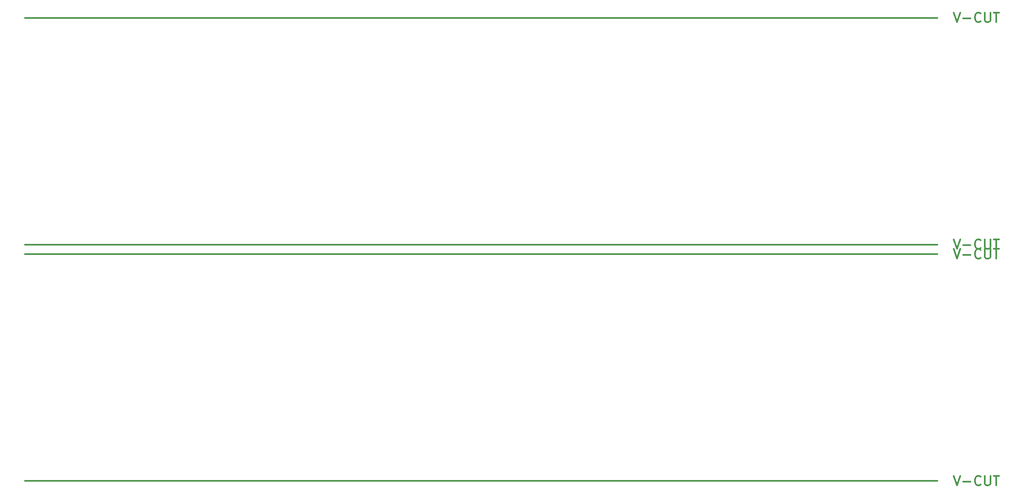
<source format=gbr>
%TF.GenerationSoftware,KiCad,Pcbnew,9.0.2*%
%TF.CreationDate,2025-05-31T14:25:58+01:00*%
%TF.ProjectId,Bongo-Cat-Fidget-Toy,426f6e67-6f2d-4436-9174-2d4669646765,rev?*%
%TF.SameCoordinates,Original*%
%TF.FileFunction,Other,Comment*%
%FSLAX46Y46*%
G04 Gerber Fmt 4.6, Leading zero omitted, Abs format (unit mm)*
G04 Created by KiCad (PCBNEW 9.0.2) date 2025-05-31 14:25:58*
%MOMM*%
%LPD*%
G01*
G04 APERTURE LIST*
%ADD10C,0.300000*%
G04 APERTURE END LIST*
D10*
X50500000Y-124000500D02*
X239500000Y-124000500D01*
X50500000Y-77000500D02*
X239500000Y-77000500D01*
X50500000Y-75000500D02*
X239500000Y-75000500D01*
X50500000Y-28000500D02*
X239500000Y-28000500D01*
X242887844Y-73910138D02*
X243554510Y-75910138D01*
X243554510Y-75910138D02*
X244221177Y-73910138D01*
X244887844Y-75148233D02*
X246411654Y-75148233D01*
X248506891Y-75719661D02*
X248411653Y-75814900D01*
X248411653Y-75814900D02*
X248125939Y-75910138D01*
X248125939Y-75910138D02*
X247935463Y-75910138D01*
X247935463Y-75910138D02*
X247649748Y-75814900D01*
X247649748Y-75814900D02*
X247459272Y-75624423D01*
X247459272Y-75624423D02*
X247364034Y-75433947D01*
X247364034Y-75433947D02*
X247268796Y-75052995D01*
X247268796Y-75052995D02*
X247268796Y-74767280D01*
X247268796Y-74767280D02*
X247364034Y-74386328D01*
X247364034Y-74386328D02*
X247459272Y-74195852D01*
X247459272Y-74195852D02*
X247649748Y-74005376D01*
X247649748Y-74005376D02*
X247935463Y-73910138D01*
X247935463Y-73910138D02*
X248125939Y-73910138D01*
X248125939Y-73910138D02*
X248411653Y-74005376D01*
X248411653Y-74005376D02*
X248506891Y-74100614D01*
X249364034Y-73910138D02*
X249364034Y-75529185D01*
X249364034Y-75529185D02*
X249459272Y-75719661D01*
X249459272Y-75719661D02*
X249554510Y-75814900D01*
X249554510Y-75814900D02*
X249744986Y-75910138D01*
X249744986Y-75910138D02*
X250125939Y-75910138D01*
X250125939Y-75910138D02*
X250316415Y-75814900D01*
X250316415Y-75814900D02*
X250411653Y-75719661D01*
X250411653Y-75719661D02*
X250506891Y-75529185D01*
X250506891Y-75529185D02*
X250506891Y-73910138D01*
X251173558Y-73910138D02*
X252316415Y-73910138D01*
X251744986Y-75910138D02*
X251744986Y-73910138D01*
X242887844Y-122910138D02*
X243554510Y-124910138D01*
X243554510Y-124910138D02*
X244221177Y-122910138D01*
X244887844Y-124148233D02*
X246411654Y-124148233D01*
X248506891Y-124719661D02*
X248411653Y-124814900D01*
X248411653Y-124814900D02*
X248125939Y-124910138D01*
X248125939Y-124910138D02*
X247935463Y-124910138D01*
X247935463Y-124910138D02*
X247649748Y-124814900D01*
X247649748Y-124814900D02*
X247459272Y-124624423D01*
X247459272Y-124624423D02*
X247364034Y-124433947D01*
X247364034Y-124433947D02*
X247268796Y-124052995D01*
X247268796Y-124052995D02*
X247268796Y-123767280D01*
X247268796Y-123767280D02*
X247364034Y-123386328D01*
X247364034Y-123386328D02*
X247459272Y-123195852D01*
X247459272Y-123195852D02*
X247649748Y-123005376D01*
X247649748Y-123005376D02*
X247935463Y-122910138D01*
X247935463Y-122910138D02*
X248125939Y-122910138D01*
X248125939Y-122910138D02*
X248411653Y-123005376D01*
X248411653Y-123005376D02*
X248506891Y-123100614D01*
X249364034Y-122910138D02*
X249364034Y-124529185D01*
X249364034Y-124529185D02*
X249459272Y-124719661D01*
X249459272Y-124719661D02*
X249554510Y-124814900D01*
X249554510Y-124814900D02*
X249744986Y-124910138D01*
X249744986Y-124910138D02*
X250125939Y-124910138D01*
X250125939Y-124910138D02*
X250316415Y-124814900D01*
X250316415Y-124814900D02*
X250411653Y-124719661D01*
X250411653Y-124719661D02*
X250506891Y-124529185D01*
X250506891Y-124529185D02*
X250506891Y-122910138D01*
X251173558Y-122910138D02*
X252316415Y-122910138D01*
X251744986Y-124910138D02*
X251744986Y-122910138D01*
X242887844Y-75910138D02*
X243554510Y-77910138D01*
X243554510Y-77910138D02*
X244221177Y-75910138D01*
X244887844Y-77148233D02*
X246411654Y-77148233D01*
X248506891Y-77719661D02*
X248411653Y-77814900D01*
X248411653Y-77814900D02*
X248125939Y-77910138D01*
X248125939Y-77910138D02*
X247935463Y-77910138D01*
X247935463Y-77910138D02*
X247649748Y-77814900D01*
X247649748Y-77814900D02*
X247459272Y-77624423D01*
X247459272Y-77624423D02*
X247364034Y-77433947D01*
X247364034Y-77433947D02*
X247268796Y-77052995D01*
X247268796Y-77052995D02*
X247268796Y-76767280D01*
X247268796Y-76767280D02*
X247364034Y-76386328D01*
X247364034Y-76386328D02*
X247459272Y-76195852D01*
X247459272Y-76195852D02*
X247649748Y-76005376D01*
X247649748Y-76005376D02*
X247935463Y-75910138D01*
X247935463Y-75910138D02*
X248125939Y-75910138D01*
X248125939Y-75910138D02*
X248411653Y-76005376D01*
X248411653Y-76005376D02*
X248506891Y-76100614D01*
X249364034Y-75910138D02*
X249364034Y-77529185D01*
X249364034Y-77529185D02*
X249459272Y-77719661D01*
X249459272Y-77719661D02*
X249554510Y-77814900D01*
X249554510Y-77814900D02*
X249744986Y-77910138D01*
X249744986Y-77910138D02*
X250125939Y-77910138D01*
X250125939Y-77910138D02*
X250316415Y-77814900D01*
X250316415Y-77814900D02*
X250411653Y-77719661D01*
X250411653Y-77719661D02*
X250506891Y-77529185D01*
X250506891Y-77529185D02*
X250506891Y-75910138D01*
X251173558Y-75910138D02*
X252316415Y-75910138D01*
X251744986Y-77910138D02*
X251744986Y-75910138D01*
X242887844Y-26910138D02*
X243554510Y-28910138D01*
X243554510Y-28910138D02*
X244221177Y-26910138D01*
X244887844Y-28148233D02*
X246411654Y-28148233D01*
X248506891Y-28719661D02*
X248411653Y-28814900D01*
X248411653Y-28814900D02*
X248125939Y-28910138D01*
X248125939Y-28910138D02*
X247935463Y-28910138D01*
X247935463Y-28910138D02*
X247649748Y-28814900D01*
X247649748Y-28814900D02*
X247459272Y-28624423D01*
X247459272Y-28624423D02*
X247364034Y-28433947D01*
X247364034Y-28433947D02*
X247268796Y-28052995D01*
X247268796Y-28052995D02*
X247268796Y-27767280D01*
X247268796Y-27767280D02*
X247364034Y-27386328D01*
X247364034Y-27386328D02*
X247459272Y-27195852D01*
X247459272Y-27195852D02*
X247649748Y-27005376D01*
X247649748Y-27005376D02*
X247935463Y-26910138D01*
X247935463Y-26910138D02*
X248125939Y-26910138D01*
X248125939Y-26910138D02*
X248411653Y-27005376D01*
X248411653Y-27005376D02*
X248506891Y-27100614D01*
X249364034Y-26910138D02*
X249364034Y-28529185D01*
X249364034Y-28529185D02*
X249459272Y-28719661D01*
X249459272Y-28719661D02*
X249554510Y-28814900D01*
X249554510Y-28814900D02*
X249744986Y-28910138D01*
X249744986Y-28910138D02*
X250125939Y-28910138D01*
X250125939Y-28910138D02*
X250316415Y-28814900D01*
X250316415Y-28814900D02*
X250411653Y-28719661D01*
X250411653Y-28719661D02*
X250506891Y-28529185D01*
X250506891Y-28529185D02*
X250506891Y-26910138D01*
X251173558Y-26910138D02*
X252316415Y-26910138D01*
X251744986Y-28910138D02*
X251744986Y-26910138D01*
M02*

</source>
